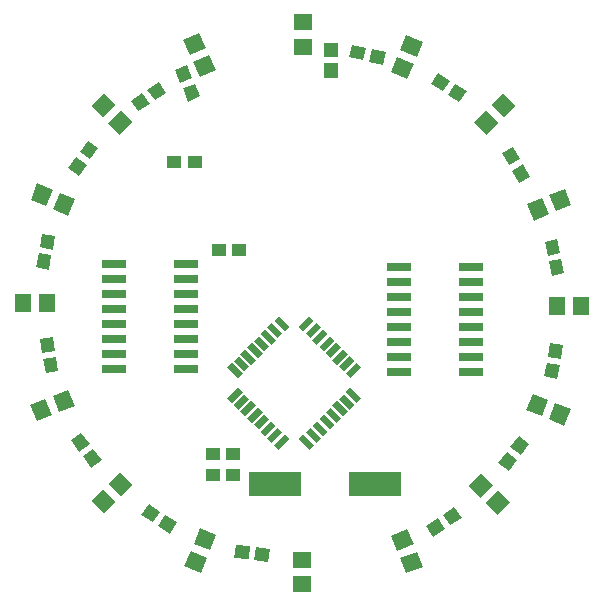
<source format=gtp>
G04 MADE WITH FRITZING*
G04 WWW.FRITZING.ORG*
G04 DOUBLE SIDED*
G04 HOLES PLATED*
G04 CONTOUR ON CENTER OF CONTOUR VECTOR*
%ASAXBY*%
%FSLAX23Y23*%
%MOIN*%
%OFA0B0*%
%SFA1.0B1.0*%
%ADD10R,0.047244X0.043307*%
%ADD11R,0.177165X0.078740*%
%ADD12R,0.055118X0.059055*%
%ADD13R,0.059055X0.055118*%
%ADD14R,0.080000X0.026000*%
%LNPASTEMASK1*%
G90*
G70*
G54D10*
X749Y1202D03*
X816Y1202D03*
G54D11*
X936Y424D03*
X1271Y424D03*
G54D12*
X1956Y1016D03*
X1875Y1016D03*
G54D10*
X729Y523D03*
X796Y523D03*
X729Y454D03*
X796Y454D03*
G54D13*
X1025Y89D03*
X1025Y170D03*
G54D14*
X399Y1155D03*
X399Y1105D03*
X399Y1055D03*
X399Y1005D03*
X399Y955D03*
X399Y905D03*
X399Y855D03*
X399Y805D03*
X641Y805D03*
X641Y855D03*
X641Y905D03*
X641Y955D03*
X641Y1005D03*
X641Y1055D03*
X641Y1105D03*
X641Y1155D03*
X1591Y796D03*
X1591Y846D03*
X1591Y896D03*
X1591Y946D03*
X1591Y996D03*
X1591Y1046D03*
X1591Y1096D03*
X1591Y1146D03*
X1349Y1146D03*
X1349Y1096D03*
X1349Y1046D03*
X1349Y996D03*
X1349Y946D03*
X1349Y896D03*
X1349Y846D03*
X1349Y796D03*
G54D12*
X95Y1026D03*
X176Y1026D03*
G54D13*
X1028Y1962D03*
X1028Y1881D03*
G54D10*
X601Y1497D03*
X668Y1497D03*
G36*
X1848Y639D02*
X1871Y693D01*
X1922Y672D01*
X1899Y618D01*
X1848Y639D01*
G37*
D02*
G36*
X1774Y670D02*
X1796Y724D01*
X1847Y703D01*
X1825Y649D01*
X1774Y670D01*
G37*
D02*
G36*
X1640Y360D02*
X1681Y402D01*
X1720Y363D01*
X1679Y321D01*
X1640Y360D01*
G37*
D02*
G36*
X1583Y417D02*
X1624Y459D01*
X1663Y420D01*
X1622Y378D01*
X1583Y417D01*
G37*
D02*
G36*
X1353Y176D02*
X1408Y198D01*
X1429Y147D01*
X1374Y125D01*
X1353Y176D01*
G37*
D02*
G36*
X1322Y250D02*
X1377Y273D01*
X1398Y222D01*
X1343Y199D01*
X1322Y250D01*
G37*
D02*
G36*
X1519Y285D02*
X1495Y321D01*
X1534Y347D01*
X1558Y311D01*
X1519Y285D01*
G37*
D02*
G36*
X1464Y247D02*
X1439Y283D01*
X1478Y310D01*
X1503Y274D01*
X1464Y247D01*
G37*
D02*
G36*
X1756Y520D02*
X1721Y546D01*
X1750Y584D01*
X1784Y558D01*
X1756Y520D01*
G37*
D02*
G36*
X1716Y467D02*
X1681Y493D01*
X1710Y530D01*
X1744Y504D01*
X1716Y467D01*
G37*
D02*
G36*
X1888Y840D02*
X1846Y848D01*
X1854Y894D01*
X1896Y887D01*
X1888Y840D01*
G37*
D02*
G36*
X1877Y774D02*
X1834Y782D01*
X1842Y828D01*
X1885Y821D01*
X1877Y774D01*
G37*
D02*
G36*
X1887Y1193D02*
X1845Y1184D01*
X1835Y1230D01*
X1877Y1239D01*
X1887Y1193D01*
G37*
D02*
G36*
X1901Y1127D02*
X1859Y1118D01*
X1849Y1165D01*
X1891Y1174D01*
X1901Y1127D01*
G37*
D02*
G36*
X1754Y1506D02*
X1716Y1485D01*
X1693Y1527D01*
X1731Y1548D01*
X1754Y1506D01*
G37*
D02*
G36*
X1786Y1448D02*
X1748Y1427D01*
X1725Y1468D01*
X1763Y1489D01*
X1786Y1448D01*
G37*
D02*
G36*
X1519Y1768D02*
X1495Y1732D01*
X1456Y1757D01*
X1479Y1794D01*
X1519Y1768D01*
G37*
D02*
G36*
X1575Y1732D02*
X1551Y1695D01*
X1512Y1721D01*
X1535Y1757D01*
X1575Y1732D01*
G37*
D02*
G36*
X1873Y1332D02*
X1851Y1386D01*
X1902Y1407D01*
X1924Y1353D01*
X1873Y1332D01*
G37*
D02*
G36*
X1799Y1301D02*
X1776Y1355D01*
X1827Y1376D01*
X1850Y1322D01*
X1799Y1301D01*
G37*
D02*
G36*
X1699Y1645D02*
X1658Y1687D01*
X1697Y1726D01*
X1738Y1683D01*
X1699Y1645D01*
G37*
D02*
G36*
X1641Y1588D02*
X1600Y1630D01*
X1639Y1669D01*
X1681Y1627D01*
X1641Y1588D01*
G37*
D02*
G36*
X1408Y1847D02*
X1353Y1869D01*
X1374Y1920D01*
X1429Y1897D01*
X1408Y1847D01*
G37*
D02*
G36*
X1377Y1772D02*
X1322Y1795D01*
X1343Y1845D01*
X1398Y1823D01*
X1377Y1772D01*
G37*
D02*
G36*
X812Y745D02*
X828Y729D01*
X792Y694D01*
X777Y709D01*
X812Y745D01*
G37*
D02*
G36*
X834Y722D02*
X850Y707D01*
X815Y671D01*
X799Y687D01*
X834Y722D01*
G37*
D02*
G36*
X857Y700D02*
X872Y685D01*
X837Y649D01*
X821Y665D01*
X857Y700D01*
G37*
D02*
G36*
X879Y678D02*
X895Y662D01*
X859Y627D01*
X844Y642D01*
X879Y678D01*
G37*
D02*
G36*
X901Y656D02*
X917Y640D01*
X882Y605D01*
X866Y620D01*
X901Y656D01*
G37*
D02*
G36*
X924Y633D02*
X939Y618D01*
X904Y582D01*
X888Y598D01*
X924Y633D01*
G37*
D02*
G36*
X946Y611D02*
X961Y595D01*
X926Y560D01*
X910Y576D01*
X946Y611D01*
G37*
D02*
G36*
X968Y589D02*
X984Y573D01*
X948Y538D01*
X933Y553D01*
X968Y589D01*
G37*
D02*
G36*
X1031Y589D02*
X1067Y553D01*
X1051Y538D01*
X1016Y573D01*
X1031Y589D01*
G37*
D02*
G36*
X1054Y611D02*
X1089Y576D01*
X1073Y560D01*
X1038Y595D01*
X1054Y611D01*
G37*
D02*
G36*
X1076Y633D02*
X1111Y598D01*
X1096Y582D01*
X1060Y618D01*
X1076Y633D01*
G37*
D02*
G36*
X1098Y656D02*
X1134Y620D01*
X1118Y605D01*
X1083Y640D01*
X1098Y656D01*
G37*
D02*
G36*
X1121Y678D02*
X1156Y642D01*
X1140Y627D01*
X1105Y662D01*
X1121Y678D01*
G37*
D02*
G36*
X1143Y700D02*
X1178Y665D01*
X1163Y649D01*
X1127Y685D01*
X1143Y700D01*
G37*
D02*
G36*
X1165Y722D02*
X1200Y687D01*
X1185Y671D01*
X1149Y707D01*
X1165Y722D01*
G37*
D02*
G36*
X1187Y745D02*
X1223Y709D01*
X1207Y694D01*
X1172Y729D01*
X1187Y745D01*
G37*
D02*
G36*
X1207Y828D02*
X1223Y812D01*
X1187Y777D01*
X1172Y792D01*
X1207Y828D01*
G37*
D02*
G36*
X1185Y850D02*
X1200Y834D01*
X1165Y799D01*
X1149Y815D01*
X1185Y850D01*
G37*
D02*
G36*
X1163Y872D02*
X1178Y857D01*
X1143Y821D01*
X1127Y837D01*
X1163Y872D01*
G37*
D02*
G36*
X1140Y895D02*
X1156Y879D01*
X1121Y844D01*
X1105Y859D01*
X1140Y895D01*
G37*
D02*
G36*
X1118Y917D02*
X1134Y901D01*
X1098Y866D01*
X1083Y881D01*
X1118Y917D01*
G37*
D02*
G36*
X1096Y939D02*
X1111Y924D01*
X1076Y888D01*
X1060Y904D01*
X1096Y939D01*
G37*
D02*
G36*
X1073Y961D02*
X1089Y946D01*
X1054Y910D01*
X1038Y926D01*
X1073Y961D01*
G37*
D02*
G36*
X1051Y984D02*
X1067Y968D01*
X1031Y933D01*
X1016Y948D01*
X1051Y984D01*
G37*
D02*
G36*
X948Y984D02*
X984Y948D01*
X968Y933D01*
X933Y968D01*
X948Y984D01*
G37*
D02*
G36*
X926Y961D02*
X961Y926D01*
X946Y910D01*
X910Y946D01*
X926Y961D01*
G37*
D02*
G36*
X904Y939D02*
X939Y904D01*
X924Y888D01*
X888Y924D01*
X904Y939D01*
G37*
D02*
G36*
X882Y917D02*
X917Y881D01*
X901Y866D01*
X866Y901D01*
X882Y917D01*
G37*
D02*
G36*
X859Y895D02*
X895Y859D01*
X879Y844D01*
X844Y879D01*
X859Y895D01*
G37*
D02*
G36*
X837Y872D02*
X872Y837D01*
X857Y821D01*
X821Y857D01*
X837Y872D01*
G37*
D02*
G36*
X815Y850D02*
X850Y815D01*
X834Y799D01*
X799Y834D01*
X815Y850D01*
G37*
D02*
G36*
X792Y828D02*
X828Y792D01*
X812Y777D01*
X777Y812D01*
X792Y828D01*
G37*
D02*
G36*
X554Y331D02*
X531Y295D01*
X491Y320D01*
X515Y357D01*
X554Y331D01*
G37*
D02*
G36*
X610Y295D02*
X587Y258D01*
X547Y284D01*
X571Y320D01*
X610Y295D01*
G37*
D02*
G36*
X854Y215D02*
X848Y172D01*
X801Y178D01*
X807Y221D01*
X854Y215D01*
G37*
D02*
G36*
X920Y205D02*
X914Y163D01*
X867Y169D01*
X873Y212D01*
X920Y205D01*
G37*
D02*
G36*
X203Y867D02*
X161Y860D01*
X153Y906D01*
X196Y914D01*
X203Y867D01*
G37*
D02*
G36*
X214Y801D02*
X172Y794D01*
X164Y840D01*
X207Y848D01*
X214Y801D01*
G37*
D02*
G36*
X319Y556D02*
X284Y531D01*
X256Y569D01*
X291Y594D01*
X319Y556D01*
G37*
D02*
G36*
X358Y502D02*
X323Y477D01*
X295Y515D01*
X330Y540D01*
X358Y502D01*
G37*
D02*
G36*
X195Y1204D02*
X152Y1212D01*
X161Y1258D01*
X204Y1250D01*
X195Y1204D01*
G37*
D02*
G36*
X182Y1138D02*
X140Y1146D01*
X149Y1193D01*
X191Y1185D01*
X182Y1138D01*
G37*
D02*
G36*
X655Y201D02*
X710Y178D01*
X689Y127D01*
X634Y150D01*
X655Y201D01*
G37*
D02*
G36*
X686Y275D02*
X741Y253D01*
X720Y202D01*
X665Y224D01*
X686Y275D01*
G37*
D02*
G36*
X171Y708D02*
X194Y653D01*
X143Y632D01*
X120Y686D01*
X171Y708D01*
G37*
D02*
G36*
X246Y738D02*
X268Y684D01*
X217Y663D01*
X195Y717D01*
X246Y738D01*
G37*
D02*
G36*
X364Y405D02*
X405Y364D01*
X366Y325D01*
X325Y366D01*
X364Y405D01*
G37*
D02*
G36*
X421Y462D02*
X463Y421D01*
X424Y382D01*
X382Y423D01*
X421Y462D01*
G37*
D02*
G36*
X404Y1687D02*
X362Y1645D01*
X323Y1684D01*
X365Y1726D01*
X404Y1687D01*
G37*
D02*
G36*
X461Y1630D02*
X419Y1588D01*
X380Y1627D01*
X422Y1669D01*
X461Y1630D01*
G37*
D02*
G36*
X195Y1403D02*
X172Y1349D01*
X122Y1370D01*
X144Y1425D01*
X195Y1403D01*
G37*
D02*
G36*
X270Y1373D02*
X247Y1318D01*
X196Y1339D01*
X219Y1394D01*
X270Y1373D01*
G37*
D02*
G36*
X320Y1505D02*
X285Y1529D01*
X312Y1568D01*
X347Y1543D01*
X320Y1505D01*
G37*
D02*
G36*
X282Y1450D02*
X246Y1475D01*
X273Y1513D01*
X309Y1488D01*
X282Y1450D01*
G37*
D02*
G36*
X535Y1702D02*
X511Y1738D01*
X550Y1764D01*
X574Y1728D01*
X535Y1702D01*
G37*
D02*
G36*
X479Y1665D02*
X455Y1700D01*
X494Y1727D01*
X518Y1691D01*
X479Y1665D01*
G37*
D02*
G36*
X705Y1877D02*
X652Y1852D01*
X629Y1902D01*
X683Y1927D01*
X705Y1877D01*
G37*
D02*
G36*
X739Y1803D02*
X685Y1779D01*
X662Y1829D01*
X716Y1853D01*
X739Y1803D01*
G37*
D02*
G36*
X628Y1742D02*
X668Y1758D01*
X686Y1715D01*
X646Y1698D01*
X628Y1742D01*
G37*
D02*
G36*
X602Y1804D02*
X642Y1820D01*
X661Y1776D01*
X621Y1760D01*
X602Y1804D01*
G37*
D02*
G36*
X1101Y1826D02*
X1145Y1826D01*
X1145Y1778D01*
X1101Y1778D01*
X1101Y1826D01*
G37*
D02*
G36*
X1101Y1893D02*
X1145Y1893D01*
X1145Y1845D01*
X1101Y1845D01*
X1101Y1893D01*
G37*
D02*
G36*
X1239Y1877D02*
X1230Y1835D01*
X1184Y1845D01*
X1193Y1887D01*
X1239Y1877D01*
G37*
D02*
G36*
X1305Y1863D02*
X1296Y1821D01*
X1249Y1831D01*
X1258Y1873D01*
X1305Y1863D01*
G37*
D02*
G04 End of PasteMask1*
M02*
</source>
